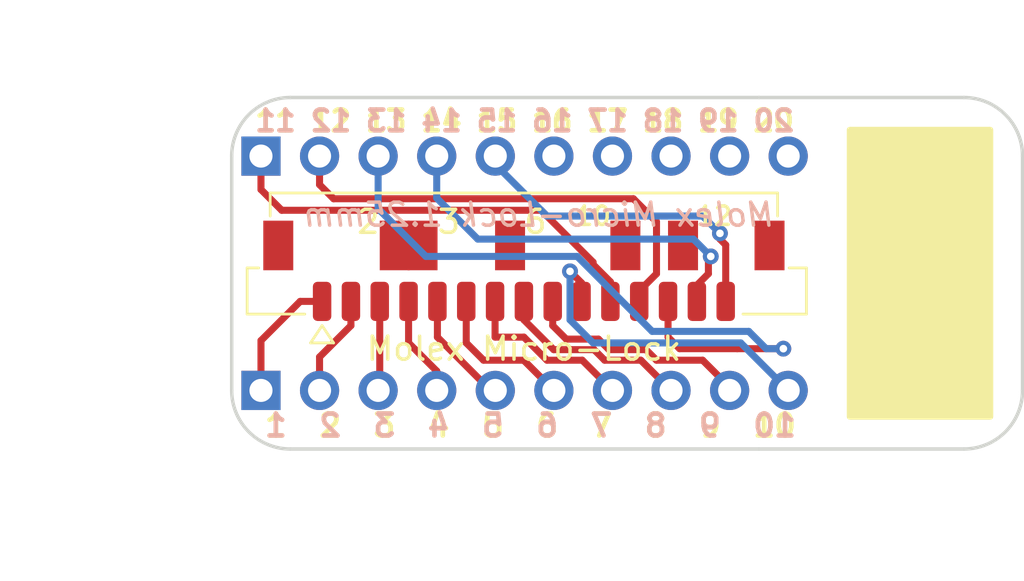
<source format=kicad_pcb>
(kicad_pcb (version 20171130) (host pcbnew "(5.1.12)-1")

  (general
    (thickness 1.6)
    (drawings 21)
    (tracks 88)
    (zones 0)
    (modules 3)
    (nets 21)
  )

  (page A4)
  (layers
    (0 F.Cu signal)
    (31 B.Cu signal)
    (32 B.Adhes user)
    (33 F.Adhes user)
    (34 B.Paste user)
    (35 F.Paste user)
    (36 B.SilkS user)
    (37 F.SilkS user)
    (38 B.Mask user)
    (39 F.Mask user)
    (40 Dwgs.User user)
    (41 Cmts.User user)
    (42 Eco1.User user)
    (43 Eco2.User user)
    (44 Edge.Cuts user)
    (45 Margin user)
    (46 B.CrtYd user)
    (47 F.CrtYd user)
    (48 B.Fab user)
    (49 F.Fab user)
  )

  (setup
    (last_trace_width 0.1524)
    (user_trace_width 0.1524)
    (user_trace_width 0.254)
    (user_trace_width 0.3048)
    (user_trace_width 0.4064)
    (trace_clearance 0.1524)
    (zone_clearance 0.508)
    (zone_45_only no)
    (trace_min 0.1524)
    (via_size 0.6858)
    (via_drill 0.3302)
    (via_min_size 0.508)
    (via_min_drill 0.254)
    (uvia_size 0.3)
    (uvia_drill 0.1)
    (uvias_allowed no)
    (uvia_min_size 0.2)
    (uvia_min_drill 0.1)
    (edge_width 0.15)
    (segment_width 0.1524)
    (pcb_text_width 0.3)
    (pcb_text_size 1.5 1.5)
    (mod_edge_width 0.25)
    (mod_text_size 1 1)
    (mod_text_width 0.15)
    (pad_size 1.524 1.524)
    (pad_drill 0.762)
    (pad_to_mask_clearance 0.0508)
    (solder_mask_min_width 0.1016)
    (aux_axis_origin 0 0)
    (visible_elements 7FFFFFFF)
    (pcbplotparams
      (layerselection 0x00030_80000001)
      (usegerberextensions false)
      (usegerberattributes true)
      (usegerberadvancedattributes true)
      (creategerberjobfile true)
      (excludeedgelayer true)
      (linewidth 0.100000)
      (plotframeref false)
      (viasonmask false)
      (mode 1)
      (useauxorigin false)
      (hpglpennumber 1)
      (hpglpenspeed 20)
      (hpglpendiameter 15.000000)
      (psnegative false)
      (psa4output false)
      (plotreference true)
      (plotvalue true)
      (plotinvisibletext false)
      (padsonsilk false)
      (subtractmaskfromsilk false)
      (outputformat 1)
      (mirror false)
      (drillshape 1)
      (scaleselection 1)
      (outputdirectory ""))
  )

  (net 0 "")
  (net 1 /A0)
  (net 2 /A1)
  (net 3 /A2)
  (net 4 /A3)
  (net 5 /D0)
  (net 6 /D1)
  (net 7 /D2)
  (net 8 /D3)
  (net 9 /D4)
  (net 10 /D5)
  (net 11 /D6)
  (net 12 /D7)
  (net 13 /D8)
  (net 14 /D9)
  (net 15 /D10)
  (net 16 /D13)
  (net 17 /D12)
  (net 18 /D11)
  (net 19 /A4)
  (net 20 /A5)

  (net_class Default "This is the default net class."
    (clearance 0.1524)
    (trace_width 0.1524)
    (via_dia 0.6858)
    (via_drill 0.3302)
    (uvia_dia 0.3)
    (uvia_drill 0.1)
    (add_net /A0)
    (add_net /A1)
    (add_net /A2)
    (add_net /A3)
    (add_net /A4)
    (add_net /A5)
    (add_net /D0)
    (add_net /D1)
    (add_net /D10)
    (add_net /D11)
    (add_net /D12)
    (add_net /D13)
    (add_net /D2)
    (add_net /D3)
    (add_net /D4)
    (add_net /D5)
    (add_net /D6)
    (add_net /D7)
    (add_net /D8)
    (add_net /D9)
  )

  (module footprints:Molex_Micro_Lock_15P_1.25mm (layer F.Cu) (tedit 634896AE) (tstamp 634934C0)
    (at 113 125)
    (descr "Molex CLIK-Mate series connector, 502382-1570 (http://www.molex.com/pdm_docs/sd/5023820270_sd.pdf), generated with kicad-footprint-generator")
    (tags "connector Molex CLIK-Mate side entry")
    (path /634A5C5D)
    (attr smd)
    (fp_text reference J1 (at 0 -4.7) (layer F.SilkS) hide
      (effects (font (size 1 1) (thickness 0.15)))
    )
    (fp_text value "Molex Micro-Lock" (at 0 4) (layer F.SilkS)
      (effects (font (size 1 1) (thickness 0.15)))
    )
    (fp_line (start -8.75 1.242893) (end -8.25 1.95) (layer F.Fab) (width 0.1))
    (fp_line (start -9.25 1.95) (end -8.75 1.242893) (layer F.Fab) (width 0.1))
    (fp_line (start 11.6 -4) (end -11.6 -4) (layer F.CrtYd) (width 0.05))
    (fp_line (start 11.6 3.3) (end 11.6 -4) (layer F.CrtYd) (width 0.05))
    (fp_line (start -11.6 3.3) (end 11.6 3.3) (layer F.CrtYd) (width 0.05))
    (fp_line (start -11.6 -4) (end -11.6 3.3) (layer F.CrtYd) (width 0.05))
    (fp_line (start 11.05 1.95) (end 11.05 -3.5) (layer F.Fab) (width 0.1))
    (fp_line (start -11.05 1.95) (end -11.05 -3.5) (layer F.Fab) (width 0.1))
    (fp_line (start -11.05 -3.5) (end 11.05 -3.5) (layer F.Fab) (width 0.1))
    (fp_line (start -11.05 1.95) (end 11.05 1.95) (layer F.Fab) (width 0.1))
    (fp_line (start -11 -2.65) (end 11 -2.65) (layer Dwgs.User) (width 0.12))
    (fp_line (start -8.75 3) (end -9.25 3.75) (layer F.SilkS) (width 0.12))
    (fp_line (start -9.25 3.75) (end -8.5 3.75) (layer F.SilkS) (width 0.12))
    (fp_line (start -8.5 3.75) (end -8.25 3.75) (layer F.SilkS) (width 0.12))
    (fp_line (start -8.25 3.75) (end -8.75 3) (layer F.SilkS) (width 0.12))
    (fp_line (start -11 -1.75) (end -11 -2.75) (layer F.SilkS) (width 0.12))
    (fp_line (start -11 -2.75) (end 11 -2.75) (layer F.SilkS) (width 0.12))
    (fp_line (start 11 -2.75) (end 11 -1.75) (layer F.SilkS) (width 0.12))
    (fp_line (start -11.5 0.5) (end -12 0.5) (layer F.SilkS) (width 0.12))
    (fp_line (start -12 0.5) (end -12 2.5) (layer F.SilkS) (width 0.12))
    (fp_line (start -12 2.5) (end -9.5 2.5) (layer F.SilkS) (width 0.12))
    (fp_line (start 11.5 0.5) (end 12.25 0.5) (layer F.SilkS) (width 0.12))
    (fp_line (start 12.25 0.5) (end 12.25 2.5) (layer F.SilkS) (width 0.12))
    (fp_line (start 12.25 2.5) (end 9.5 2.5) (layer F.SilkS) (width 0.12))
    (fp_text user 15 (at 9 -1.5) (layer F.SilkS) hide
      (effects (font (size 1 1) (thickness 0.15)))
    )
    (fp_text user 10 (at 3 -1.75) (layer F.SilkS)
      (effects (font (size 0.8 0.8) (thickness 0.15)))
    )
    (fp_text user 12 (at 8.25 -1.75) (layer F.SilkS)
      (effects (font (size 0.8 0.8) (thickness 0.15)))
    )
    (fp_text user 6 (at 0.5 -1.5) (layer F.SilkS)
      (effects (font (size 1 1) (thickness 0.15)))
    )
    (fp_text user 3 (at -3.25 -1.5) (layer F.SilkS)
      (effects (font (size 1 1) (thickness 0.15)))
    )
    (fp_text user 2 (at -6.75 -1.5) (layer F.SilkS)
      (effects (font (size 1 1) (thickness 0.15)))
    )
    (fp_text user %R (at 0 -0.77) (layer F.Fab)
      (effects (font (size 1 1) (thickness 0.15)))
    )
    (pad MP12 smd rect (at 6.9 -0.475) (size 1.3 2.15) (layers F.Cu F.Paste F.Mask))
    (pad MP10 smd rect (at 4.4 -0.475) (size 1.3 2.15) (layers F.Cu F.Paste F.Mask))
    (pad MP3 smd rect (at -4.395 -0.475) (size 1.3 2.15) (layers F.Cu F.Paste F.Mask))
    (pad MP6 smd rect (at -0.6 -0.475) (size 1.3 2.15) (layers F.Cu F.Paste F.Mask))
    (pad MP2 smd rect (at -5.6 -0.475) (size 1.3 2.15) (layers F.Cu F.Paste F.Mask))
    (pad MP smd rect (at 10.65 -0.475) (size 1.3 2.15) (layers F.Cu F.Paste F.Mask))
    (pad MP smd rect (at -10.65 -0.475) (size 1.3 2.15) (layers F.Cu F.Paste F.Mask))
    (pad 15 smd roundrect (at 8.75 1.95) (size 0.8 1.7) (layers F.Cu F.Paste F.Mask) (roundrect_rratio 0.25)
      (net 2 /A1))
    (pad 14 smd roundrect (at 7.5 1.95) (size 0.8 1.7) (layers F.Cu F.Paste F.Mask) (roundrect_rratio 0.25)
      (net 3 /A2))
    (pad 13 smd roundrect (at 6.25 1.95) (size 0.8 1.7) (layers F.Cu F.Paste F.Mask) (roundrect_rratio 0.25)
      (net 4 /A3))
    (pad 12 smd roundrect (at 5 1.95) (size 0.8 1.7) (layers F.Cu F.Paste F.Mask) (roundrect_rratio 0.25)
      (net 19 /A4))
    (pad 11 smd roundrect (at 3.75 1.95) (size 0.8 1.7) (layers F.Cu F.Paste F.Mask) (roundrect_rratio 0.25)
      (net 20 /A5))
    (pad 10 smd roundrect (at 2.5 1.95) (size 0.8 1.7) (layers F.Cu F.Paste F.Mask) (roundrect_rratio 0.25)
      (net 14 /D9))
    (pad 9 smd roundrect (at 1.25 1.95) (size 0.8 1.7) (layers F.Cu F.Paste F.Mask) (roundrect_rratio 0.25)
      (net 13 /D8))
    (pad 8 smd roundrect (at 0 1.95) (size 0.8 1.7) (layers F.Cu F.Paste F.Mask) (roundrect_rratio 0.25)
      (net 12 /D7))
    (pad 7 smd roundrect (at -1.25 1.95) (size 0.8 1.7) (layers F.Cu F.Paste F.Mask) (roundrect_rratio 0.25)
      (net 11 /D6))
    (pad 6 smd roundrect (at -2.5 1.95) (size 0.8 1.7) (layers F.Cu F.Paste F.Mask) (roundrect_rratio 0.25)
      (net 10 /D5))
    (pad 5 smd roundrect (at -3.75 1.95) (size 0.8 1.7) (layers F.Cu F.Paste F.Mask) (roundrect_rratio 0.25)
      (net 9 /D4))
    (pad 4 smd roundrect (at -5 1.95) (size 0.8 1.7) (layers F.Cu F.Paste F.Mask) (roundrect_rratio 0.25)
      (net 8 /D3))
    (pad 3 smd roundrect (at -6.25 1.95) (size 0.8 1.7) (layers F.Cu F.Paste F.Mask) (roundrect_rratio 0.25)
      (net 7 /D2))
    (pad 2 smd roundrect (at -7.5 1.95) (size 0.8 1.7) (layers F.Cu F.Paste F.Mask) (roundrect_rratio 0.25)
      (net 6 /D1))
    (pad 1 smd roundrect (at -8.75 1.95) (size 0.8 1.7) (layers F.Cu F.Paste F.Mask) (roundrect_rratio 0.25)
      (net 5 /D0))
    (model ${KISYS3DMOD}/Connector_Molex.3dshapes/Molex_CLIK-Mate_502382-1570_1x15-1MP_P1.25mm_Vertical.wrl
      (at (xyz 0 0 0))
      (scale (xyz 1 1 1))
      (rotate (xyz 0 0 0))
    )
  )

  (module Connector_PinHeader_2.54mm:PinHeader_1x10_P2.54mm_Vertical (layer F.Cu) (tedit 63331346) (tstamp 6332231A)
    (at 101.6 120.65 90)
    (descr "Through hole straight pin header, 1x10, 2.54mm pitch, single row")
    (tags "Through hole pin header THT 1x10 2.54mm single row")
    (path /6333E140)
    (fp_text reference J3 (at 0 -2.33 90) (layer F.SilkS) hide
      (effects (font (size 1 1) (thickness 0.15)))
    )
    (fp_text value Conn_01x10_Male (at 0 25.19 90) (layer F.Fab)
      (effects (font (size 1 1) (thickness 0.15)))
    )
    (fp_line (start 1.8 -1.8) (end -1.8 -1.8) (layer F.CrtYd) (width 0.05))
    (fp_line (start 1.8 24.65) (end 1.8 -1.8) (layer F.CrtYd) (width 0.05))
    (fp_line (start -1.8 24.65) (end 1.8 24.65) (layer F.CrtYd) (width 0.05))
    (fp_line (start -1.8 -1.8) (end -1.8 24.65) (layer F.CrtYd) (width 0.05))
    (fp_line (start -1.27 -0.635) (end -0.635 -1.27) (layer F.Fab) (width 0.1))
    (fp_line (start -1.27 24.13) (end -1.27 -0.635) (layer F.Fab) (width 0.1))
    (fp_line (start 1.27 24.13) (end -1.27 24.13) (layer F.Fab) (width 0.1))
    (fp_line (start 1.27 -1.27) (end 1.27 24.13) (layer F.Fab) (width 0.1))
    (fp_line (start -0.635 -1.27) (end 1.27 -1.27) (layer F.Fab) (width 0.1))
    (fp_text user %R (at 0 11.43 180) (layer F.Fab)
      (effects (font (size 1 1) (thickness 0.15)))
    )
    (pad 1 thru_hole rect (at 0 0 90) (size 1.7 1.7) (drill 1) (layers *.Cu *.Mask)
      (net 20 /A5))
    (pad 2 thru_hole oval (at 0 2.54 90) (size 1.7 1.7) (drill 1) (layers *.Cu *.Mask)
      (net 19 /A4))
    (pad 3 thru_hole oval (at 0 5.08 90) (size 1.7 1.7) (drill 1) (layers *.Cu *.Mask)
      (net 4 /A3))
    (pad 4 thru_hole oval (at 0 7.62 90) (size 1.7 1.7) (drill 1) (layers *.Cu *.Mask)
      (net 3 /A2))
    (pad 5 thru_hole oval (at 0 10.16 90) (size 1.7 1.7) (drill 1) (layers *.Cu *.Mask)
      (net 2 /A1))
    (pad 6 thru_hole oval (at 0 12.7 90) (size 1.7 1.7) (drill 1) (layers *.Cu *.Mask)
      (net 1 /A0))
    (pad 7 thru_hole oval (at 0 15.24 90) (size 1.7 1.7) (drill 1) (layers *.Cu *.Mask)
      (net 15 /D10))
    (pad 8 thru_hole oval (at 0 17.78 90) (size 1.7 1.7) (drill 1) (layers *.Cu *.Mask)
      (net 18 /D11))
    (pad 9 thru_hole oval (at 0 20.32 90) (size 1.7 1.7) (drill 1) (layers *.Cu *.Mask)
      (net 17 /D12))
    (pad 10 thru_hole oval (at 0 22.86 90) (size 1.7 1.7) (drill 1) (layers *.Cu *.Mask)
      (net 16 /D13))
    (model ${KISYS3DMOD}/Connector_PinHeader_2.54mm.3dshapes/PinHeader_1x10_P2.54mm_Vertical.wrl
      (at (xyz 0 0 0))
      (scale (xyz 1 1 1))
      (rotate (xyz 0 0 0))
    )
  )

  (module Connector_PinHeader_2.54mm:PinHeader_1x10_P2.54mm_Vertical (layer F.Cu) (tedit 63331326) (tstamp 63334017)
    (at 101.6 130.81 90)
    (descr "Through hole straight pin header, 1x10, 2.54mm pitch, single row")
    (tags "Through hole pin header THT 1x10 2.54mm single row")
    (path /6333F148)
    (fp_text reference J4 (at 0 -2.33 90) (layer F.SilkS) hide
      (effects (font (size 1 1) (thickness 0.15)))
    )
    (fp_text value Conn_01x10_Male (at 0 25.19 90) (layer F.Fab)
      (effects (font (size 1 1) (thickness 0.15)))
    )
    (fp_line (start -0.635 -1.27) (end 1.27 -1.27) (layer F.Fab) (width 0.1))
    (fp_line (start 1.27 -1.27) (end 1.27 24.13) (layer F.Fab) (width 0.1))
    (fp_line (start 1.27 24.13) (end -1.27 24.13) (layer F.Fab) (width 0.1))
    (fp_line (start -1.27 24.13) (end -1.27 -0.635) (layer F.Fab) (width 0.1))
    (fp_line (start -1.27 -0.635) (end -0.635 -1.27) (layer F.Fab) (width 0.1))
    (fp_line (start -1.8 -1.8) (end -1.8 24.65) (layer F.CrtYd) (width 0.05))
    (fp_line (start -1.8 24.65) (end 1.8 24.65) (layer F.CrtYd) (width 0.05))
    (fp_line (start 1.8 24.65) (end 1.8 -1.8) (layer F.CrtYd) (width 0.05))
    (fp_line (start 1.8 -1.8) (end -1.8 -1.8) (layer F.CrtYd) (width 0.05))
    (fp_text user %R (at 0 11.43 180) (layer F.Fab)
      (effects (font (size 1 1) (thickness 0.15)))
    )
    (pad 10 thru_hole oval (at 0 22.86 90) (size 1.7 1.7) (drill 1) (layers *.Cu *.Mask)
      (net 14 /D9))
    (pad 9 thru_hole oval (at 0 20.32 90) (size 1.7 1.7) (drill 1) (layers *.Cu *.Mask)
      (net 13 /D8))
    (pad 8 thru_hole oval (at 0 17.78 90) (size 1.7 1.7) (drill 1) (layers *.Cu *.Mask)
      (net 12 /D7))
    (pad 7 thru_hole oval (at 0 15.24 90) (size 1.7 1.7) (drill 1) (layers *.Cu *.Mask)
      (net 11 /D6))
    (pad 6 thru_hole oval (at 0 12.7 90) (size 1.7 1.7) (drill 1) (layers *.Cu *.Mask)
      (net 10 /D5))
    (pad 5 thru_hole oval (at 0 10.16 90) (size 1.7 1.7) (drill 1) (layers *.Cu *.Mask)
      (net 9 /D4))
    (pad 4 thru_hole oval (at 0 7.62 90) (size 1.7 1.7) (drill 1) (layers *.Cu *.Mask)
      (net 8 /D3))
    (pad 3 thru_hole oval (at 0 5.08 90) (size 1.7 1.7) (drill 1) (layers *.Cu *.Mask)
      (net 7 /D2))
    (pad 2 thru_hole oval (at 0 2.54 90) (size 1.7 1.7) (drill 1) (layers *.Cu *.Mask)
      (net 6 /D1))
    (pad 1 thru_hole rect (at 0 0 90) (size 1.7 1.7) (drill 1) (layers *.Cu *.Mask)
      (net 5 /D0))
    (model ${KISYS3DMOD}/Connector_PinHeader_2.54mm.3dshapes/PinHeader_1x10_P2.54mm_Vertical.wrl
      (at (xyz 0 0 0))
      (scale (xyz 1 1 1))
      (rotate (xyz 0 0 0))
    )
  )

  (gr_line (start 123.19 118.11) (end 132.08 118.11) (layer Edge.Cuts) (width 0.15) (tstamp 6365279D))
  (gr_line (start 123.19 133.35) (end 132.08 133.35) (layer Edge.Cuts) (width 0.15) (tstamp 6365279C))
  (dimension 8.89 (width 0.15) (layer Dwgs.User)
    (gr_text "8.890 mm" (at 130.175 115.54) (layer Dwgs.User)
      (effects (font (size 1 1) (thickness 0.15)))
    )
    (feature1 (pts (xy 134.62 120.65) (xy 134.62 116.253579)))
    (feature2 (pts (xy 125.73 120.65) (xy 125.73 116.253579)))
    (crossbar (pts (xy 125.73 116.84) (xy 134.62 116.84)))
    (arrow1a (pts (xy 134.62 116.84) (xy 133.493496 117.426421)))
    (arrow1b (pts (xy 134.62 116.84) (xy 133.493496 116.253579)))
    (arrow2a (pts (xy 125.73 116.84) (xy 126.856504 117.426421)))
    (arrow2b (pts (xy 125.73 116.84) (xy 126.856504 116.253579)))
  )
  (gr_text "20 19 18 17 16 15 14 13 12 11" (at 113.03 119.126) (layer B.SilkS)
    (effects (font (size 0.9 0.9) (thickness 0.2)) (justify mirror))
  )
  (gr_text "10  9  8  7  6  5  4  3  2  1" (at 113.284 132.334) (layer B.SilkS)
    (effects (font (size 0.95 0.95) (thickness 0.2)) (justify mirror))
  )
  (dimension 10.16 (width 0.15) (layer Dwgs.User)
    (gr_text "0.4000 in" (at 130.84 125.73 270) (layer Dwgs.User)
      (effects (font (size 1 1) (thickness 0.15)))
    )
    (feature1 (pts (xy 124.46 130.81) (xy 130.126421 130.81)))
    (feature2 (pts (xy 124.46 120.65) (xy 130.126421 120.65)))
    (crossbar (pts (xy 129.54 120.65) (xy 129.54 130.81)))
    (arrow1a (pts (xy 129.54 130.81) (xy 128.953579 129.683496)))
    (arrow1b (pts (xy 129.54 130.81) (xy 130.126421 129.683496)))
    (arrow2a (pts (xy 129.54 120.65) (xy 128.953579 121.776504)))
    (arrow2b (pts (xy 129.54 120.65) (xy 130.126421 121.776504)))
  )
  (dimension 25.4 (width 0.15) (layer Dwgs.User)
    (gr_text "1.0000 in" (at 113.03 139.73) (layer Dwgs.User)
      (effects (font (size 1 1) (thickness 0.15)))
    )
    (feature1 (pts (xy 125.73 130.81) (xy 125.73 139.016421)))
    (feature2 (pts (xy 100.33 130.81) (xy 100.33 139.016421)))
    (crossbar (pts (xy 100.33 138.43) (xy 125.73 138.43)))
    (arrow1a (pts (xy 125.73 138.43) (xy 124.603496 139.016421)))
    (arrow1b (pts (xy 125.73 138.43) (xy 124.603496 137.843579)))
    (arrow2a (pts (xy 100.33 138.43) (xy 101.456504 139.016421)))
    (arrow2b (pts (xy 100.33 138.43) (xy 101.456504 137.843579)))
  )
  (dimension 15.24 (width 0.15) (layer Dwgs.User)
    (gr_text "0.6000 in" (at 93.95 125.73 90) (layer Dwgs.User)
      (effects (font (size 1 1) (thickness 0.15)))
    )
    (feature1 (pts (xy 102.87 118.11) (xy 94.663579 118.11)))
    (feature2 (pts (xy 102.87 133.35) (xy 94.663579 133.35)))
    (crossbar (pts (xy 95.25 133.35) (xy 95.25 118.11)))
    (arrow1a (pts (xy 95.25 118.11) (xy 95.836421 119.236504)))
    (arrow1b (pts (xy 95.25 118.11) (xy 94.663579 119.236504)))
    (arrow2a (pts (xy 95.25 133.35) (xy 95.836421 132.223496)))
    (arrow2b (pts (xy 95.25 133.35) (xy 94.663579 132.223496)))
  )
  (gr_line (start 100.33 120.65) (end 100.33 130.81) (layer Edge.Cuts) (width 0.15) (tstamp 63334D48))
  (gr_line (start 123.19 118.11) (end 102.87 118.11) (layer Edge.Cuts) (width 0.15) (tstamp 63334D47))
  (gr_line (start 134.62 130.81) (end 134.62 120.65) (layer Edge.Cuts) (width 0.15) (tstamp 63334D46))
  (gr_line (start 102.87 133.35) (end 123.19 133.35) (layer Edge.Cuts) (width 0.15) (tstamp 63334D45))
  (gr_text "Molex Micro-Lock 1.25mm" (at 113.665 123.19) (layer B.SilkS)
    (effects (font (size 1 1) (thickness 0.15) italic) (justify mirror))
  )
  (gr_text "11 12 13 14 15 16 17 18 19 20" (at 113.03 119.126) (layer F.SilkS) (tstamp 63334871)
    (effects (font (size 0.9 0.9) (thickness 0.2)))
  )
  (gr_text "1  2  3  4  5  6  7  8  9  10" (at 113.284 132.334) (layer F.SilkS) (tstamp 63335405)
    (effects (font (size 0.95 0.95) (thickness 0.2)))
  )
  (gr_line (start 128.27 125.73) (end 97.79 125.73) (layer Dwgs.User) (width 0.15) (tstamp 6348FBDE))
  (gr_line (start 113.03 115.57) (end 113.03 137.16) (layer Dwgs.User) (width 0.15))
  (gr_arc (start 102.87 130.81) (end 100.33 130.81) (angle -90) (layer Edge.Cuts) (width 0.15))
  (gr_arc (start 132.08 130.81) (end 132.08 133.35) (angle -90) (layer Edge.Cuts) (width 0.15))
  (gr_arc (start 132.08 120.65) (end 134.62 120.65) (angle -90) (layer Edge.Cuts) (width 0.15))
  (gr_arc (start 102.87 120.65) (end 102.87 118.11) (angle -90) (layer Edge.Cuts) (width 0.15))

  (via (at 121.5 124) (size 0.6858) (drill 0.3302) (layers F.Cu B.Cu) (net 2))
  (segment (start 121.5 124) (end 121.5 124.25) (width 0.3048) (layer F.Cu) (net 2))
  (segment (start 121.75 124.5) (end 121.75 126.95) (width 0.3048) (layer F.Cu) (net 2))
  (segment (start 121.5 124.25) (end 121.75 124.5) (width 0.3048) (layer F.Cu) (net 2))
  (segment (start 121.5 124) (end 120.75 123.25) (width 0.3048) (layer B.Cu) (net 2))
  (segment (start 120.75 123.25) (end 114 123.25) (width 0.3048) (layer B.Cu) (net 2))
  (segment (start 111.76 121.01) (end 111.76 120.65) (width 0.3048) (layer B.Cu) (net 2))
  (segment (start 114 123.25) (end 111.76 121.01) (width 0.3048) (layer B.Cu) (net 2))
  (segment (start 120.5 126.95) (end 120.5 126.25) (width 0.3048) (layer F.Cu) (net 3))
  (segment (start 120.5 126.25) (end 121 125.75) (width 0.3048) (layer F.Cu) (net 3))
  (via (at 121.1023 125) (size 0.6858) (drill 0.3302) (layers F.Cu B.Cu) (net 3))
  (segment (start 121 125.1023) (end 121.1023 125) (width 0.3048) (layer F.Cu) (net 3))
  (segment (start 121 125.75) (end 121 125.1023) (width 0.3048) (layer F.Cu) (net 3))
  (segment (start 121.1023 125) (end 120.3523 124.25) (width 0.3048) (layer B.Cu) (net 3))
  (segment (start 120.3523 124.25) (end 111 124.25) (width 0.3048) (layer B.Cu) (net 3))
  (segment (start 109.22 122.47) (end 109.22 120.65) (width 0.3048) (layer B.Cu) (net 3))
  (segment (start 111 124.25) (end 109.22 122.47) (width 0.3048) (layer B.Cu) (net 3))
  (segment (start 119.25 126.95) (end 119.25 128.5) (width 0.3048) (layer F.Cu) (net 4))
  (segment (start 119.25 128.5) (end 119.75 129) (width 0.3048) (layer F.Cu) (net 4))
  (segment (start 119.75 129) (end 122.25 129) (width 0.3048) (layer F.Cu) (net 4))
  (via (at 124.25 129) (size 0.6858) (drill 0.3302) (layers F.Cu B.Cu) (net 4))
  (segment (start 122.25 129) (end 124.25 129) (width 0.3048) (layer F.Cu) (net 4))
  (segment (start 124.25 129) (end 123.5 129) (width 0.3048) (layer B.Cu) (net 4))
  (segment (start 123.5 129) (end 122.75 128.25) (width 0.3048) (layer B.Cu) (net 4))
  (segment (start 118.560898 128.25) (end 115.310898 125) (width 0.3048) (layer B.Cu) (net 4))
  (segment (start 122.75 128.25) (end 118.560898 128.25) (width 0.3048) (layer B.Cu) (net 4))
  (segment (start 115.310898 125) (end 108.75 125) (width 0.3048) (layer B.Cu) (net 4))
  (segment (start 106.68 122.93) (end 106.68 120.65) (width 0.3048) (layer B.Cu) (net 4))
  (segment (start 108.75 125) (end 106.68 122.93) (width 0.3048) (layer B.Cu) (net 4))
  (segment (start 104.25 126.95) (end 103.3 126.95) (width 0.3048) (layer F.Cu) (net 5))
  (segment (start 101.6 128.65) (end 101.6 130.81) (width 0.3048) (layer F.Cu) (net 5))
  (segment (start 103.3 126.95) (end 101.6 128.65) (width 0.3048) (layer F.Cu) (net 5))
  (segment (start 105.5 126.95) (end 105.5 128) (width 0.3048) (layer F.Cu) (net 6))
  (segment (start 104.14 129.36) (end 104.14 130.81) (width 0.3048) (layer F.Cu) (net 6))
  (segment (start 105.5 128) (end 104.14 129.36) (width 0.3048) (layer F.Cu) (net 6))
  (segment (start 106.75 130.74) (end 106.68 130.81) (width 0.3048) (layer F.Cu) (net 7))
  (segment (start 106.75 126.95) (end 106.75 130.74) (width 0.3048) (layer F.Cu) (net 7))
  (segment (start 108 126.95) (end 108 128.75) (width 0.3048) (layer F.Cu) (net 8))
  (segment (start 109.22 129.97) (end 109.22 130.81) (width 0.3048) (layer F.Cu) (net 8))
  (segment (start 108 128.75) (end 109.22 129.97) (width 0.3048) (layer F.Cu) (net 8))
  (segment (start 109.25 126.95) (end 109.25 128.5) (width 0.3048) (layer F.Cu) (net 9))
  (segment (start 111.56 130.81) (end 111.76 130.81) (width 0.3048) (layer F.Cu) (net 9))
  (segment (start 109.25 128.5) (end 111.56 130.81) (width 0.3048) (layer F.Cu) (net 9))
  (segment (start 110.5 126.95) (end 110.5 128.75) (width 0.3048) (layer F.Cu) (net 10))
  (segment (start 110.5 128.75) (end 111.25 129.5) (width 0.3048) (layer F.Cu) (net 10))
  (segment (start 112.99 129.5) (end 114.3 130.81) (width 0.3048) (layer F.Cu) (net 10))
  (segment (start 111.25 129.5) (end 112.99 129.5) (width 0.3048) (layer F.Cu) (net 10))
  (segment (start 111.75 126.95) (end 111.75 128.5) (width 0.3048) (layer F.Cu) (net 11))
  (segment (start 111.75 128.5) (end 113 128.5) (width 0.3048) (layer F.Cu) (net 11))
  (segment (start 113 128.5) (end 114 129.5) (width 0.3048) (layer F.Cu) (net 11))
  (segment (start 115.53 129.5) (end 116.84 130.81) (width 0.3048) (layer F.Cu) (net 11))
  (segment (start 114 129.5) (end 115.53 129.5) (width 0.3048) (layer F.Cu) (net 11))
  (segment (start 116.04279 129.04279) (end 116.5 129.5) (width 0.3048) (layer F.Cu) (net 12))
  (segment (start 114.29279 129.04279) (end 116.04279 129.04279) (width 0.3048) (layer F.Cu) (net 12))
  (segment (start 118.07 129.5) (end 119.38 130.81) (width 0.3048) (layer F.Cu) (net 12))
  (segment (start 113 127.75) (end 114.29279 129.04279) (width 0.3048) (layer F.Cu) (net 12))
  (segment (start 116.5 129.5) (end 118.07 129.5) (width 0.3048) (layer F.Cu) (net 12))
  (segment (start 113 126.95) (end 113 127.75) (width 0.3048) (layer F.Cu) (net 12))
  (segment (start 114.25 126.95) (end 114.25 128) (width 0.3048) (layer F.Cu) (net 13))
  (segment (start 114.83558 128.58558) (end 116.232173 128.585581) (width 0.3048) (layer F.Cu) (net 13))
  (segment (start 114.25 128) (end 114.83558 128.58558) (width 0.3048) (layer F.Cu) (net 13))
  (segment (start 116.689382 129.04279) (end 118.29279 129.04279) (width 0.3048) (layer F.Cu) (net 13))
  (segment (start 116.232173 128.585581) (end 116.689382 129.04279) (width 0.3048) (layer F.Cu) (net 13))
  (segment (start 118.75 129.5) (end 120.75 129.5) (width 0.3048) (layer F.Cu) (net 13))
  (segment (start 118.29279 129.04279) (end 118.75 129.5) (width 0.3048) (layer F.Cu) (net 13))
  (segment (start 121.92 130.67) (end 121.92 130.81) (width 0.3048) (layer F.Cu) (net 13))
  (segment (start 120.75 129.5) (end 121.92 130.67) (width 0.3048) (layer F.Cu) (net 13))
  (via (at 115 125.6477) (size 0.6858) (drill 0.3302) (layers F.Cu B.Cu) (net 14))
  (segment (start 115.5 126.1477) (end 115 125.6477) (width 0.3048) (layer F.Cu) (net 14))
  (segment (start 115.5 126.95) (end 115.5 126.1477) (width 0.3048) (layer F.Cu) (net 14))
  (segment (start 115 125.6477) (end 115 127.75) (width 0.3048) (layer B.Cu) (net 14))
  (segment (start 115 127.75) (end 116 128.75) (width 0.3048) (layer B.Cu) (net 14))
  (segment (start 122.4 128.75) (end 124.46 130.81) (width 0.3048) (layer B.Cu) (net 14))
  (segment (start 116 128.75) (end 122.4 128.75) (width 0.3048) (layer B.Cu) (net 14))
  (segment (start 104.75 122.5) (end 104.14 121.89) (width 0.3048) (layer F.Cu) (net 19))
  (segment (start 117.75 122.5) (end 104.75 122.5) (width 0.3048) (layer F.Cu) (net 19))
  (segment (start 118.75 123.5) (end 117.75 122.5) (width 0.3048) (layer F.Cu) (net 19))
  (segment (start 118.75 125.75) (end 118.75 123.5) (width 0.3048) (layer F.Cu) (net 19))
  (segment (start 104.14 121.89) (end 104.14 120.65) (width 0.3048) (layer F.Cu) (net 19))
  (segment (start 118 126.5) (end 118.75 125.75) (width 0.3048) (layer F.Cu) (net 19))
  (segment (start 118 126.95) (end 118 126.5) (width 0.3048) (layer F.Cu) (net 19))
  (segment (start 113.75 123) (end 102.5 123) (width 0.3048) (layer F.Cu) (net 20))
  (segment (start 101.6 122.1) (end 101.6 120.65) (width 0.3048) (layer F.Cu) (net 20))
  (segment (start 102.5 123) (end 101.6 122.1) (width 0.3048) (layer F.Cu) (net 20))
  (segment (start 113.75 123) (end 116 125.25) (width 0.3048) (layer F.Cu) (net 20))
  (segment (start 116.75 126.1) (end 116.75 126.95) (width 0.3048) (layer F.Cu) (net 20))
  (segment (start 116 125.35) (end 116.75 126.1) (width 0.3048) (layer F.Cu) (net 20))
  (segment (start 116 125.25) (end 116 125.35) (width 0.3048) (layer F.Cu) (net 20))

  (zone (net 0) (net_name "") (layer F.SilkS) (tstamp 0) (hatch edge 0.508)
    (connect_pads (clearance 0.508))
    (min_thickness 0.254)
    (fill yes (arc_segments 32) (thermal_gap 0.508) (thermal_bridge_width 0.508))
    (polygon
      (pts
        (xy 133.35 132.08) (xy 127 132.08) (xy 127 119.38) (xy 133.35 119.38)
      )
    )
    (filled_polygon
      (pts
        (xy 133.223 131.953) (xy 127.127 131.953) (xy 127.127 119.507) (xy 133.223 119.507)
      )
    )
  )
)

</source>
